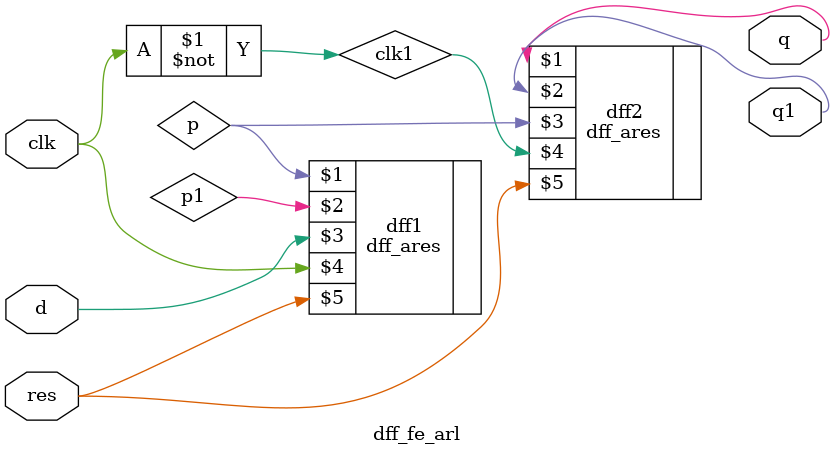
<source format=v>
`include "Hadif_B190513CS_Q01g.v"

module dff_fe_arl(output q, q1, input d, clk, res);
  wire p, p1, clk1;
  nand(clk1, clk);
  dff_ares dff1(p, p1, d, clk, res);
  dff_ares dff2(q, q1, p, clk1, res);
endmodule
</source>
